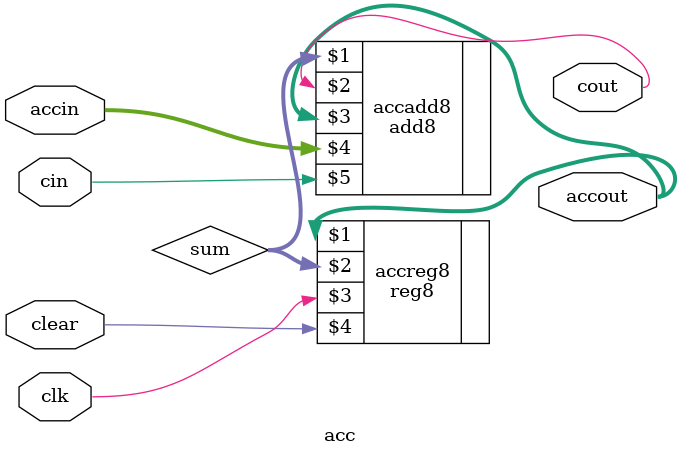
<source format=v>
`include "add8.v"

module acc(accout,cout,accin,cin,clk,clear);
    output [7:0] accout;        // acc输出
    output cout;                // 进位输出
    input [7:0] accin;          // acc输入
    input cin,clk,clear;        // 进位输入，时钟，清除
    wire [7:0] sum;

    add8 accadd8(sum,cout,accout,accin,cin);
    reg8 accreg8(accout,sum,clk,clear);

endmodule

</source>
